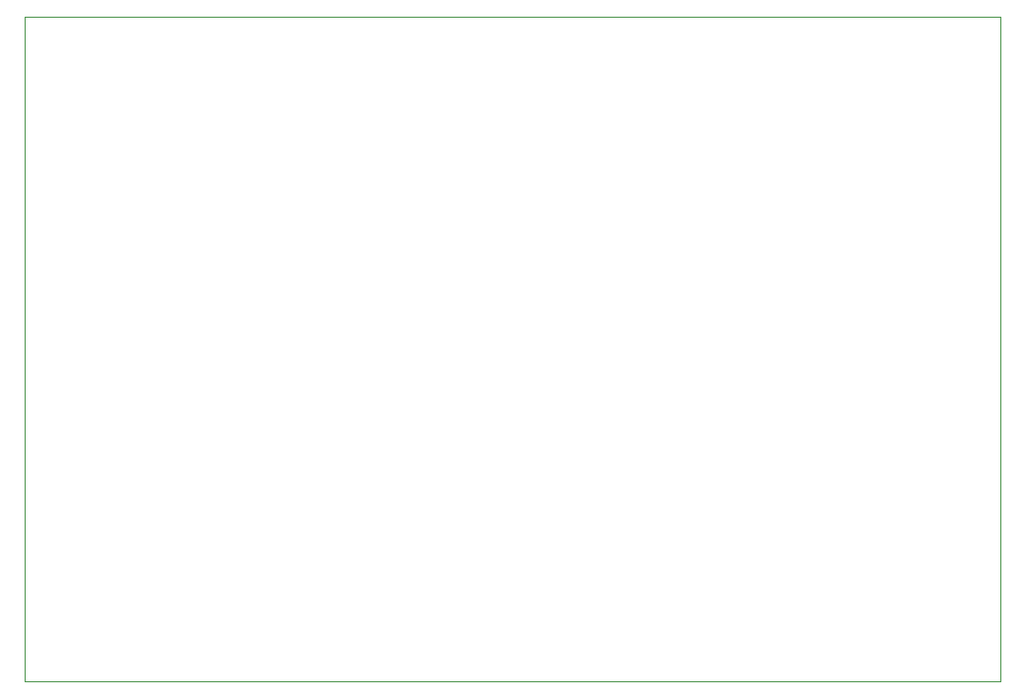
<source format=gko>
G75*
%MOIN*%
%OFA0B0*%
%FSLAX25Y25*%
%IPPOS*%
%LPD*%
%AMOC8*
5,1,8,0,0,1.08239X$1,22.5*
%
%ADD10C,0.00000*%
D10*
X0011250Y0002750D02*
X0011250Y0227750D01*
X0341250Y0227750D01*
X0341250Y0002750D01*
X0011250Y0002750D01*
M02*

</source>
